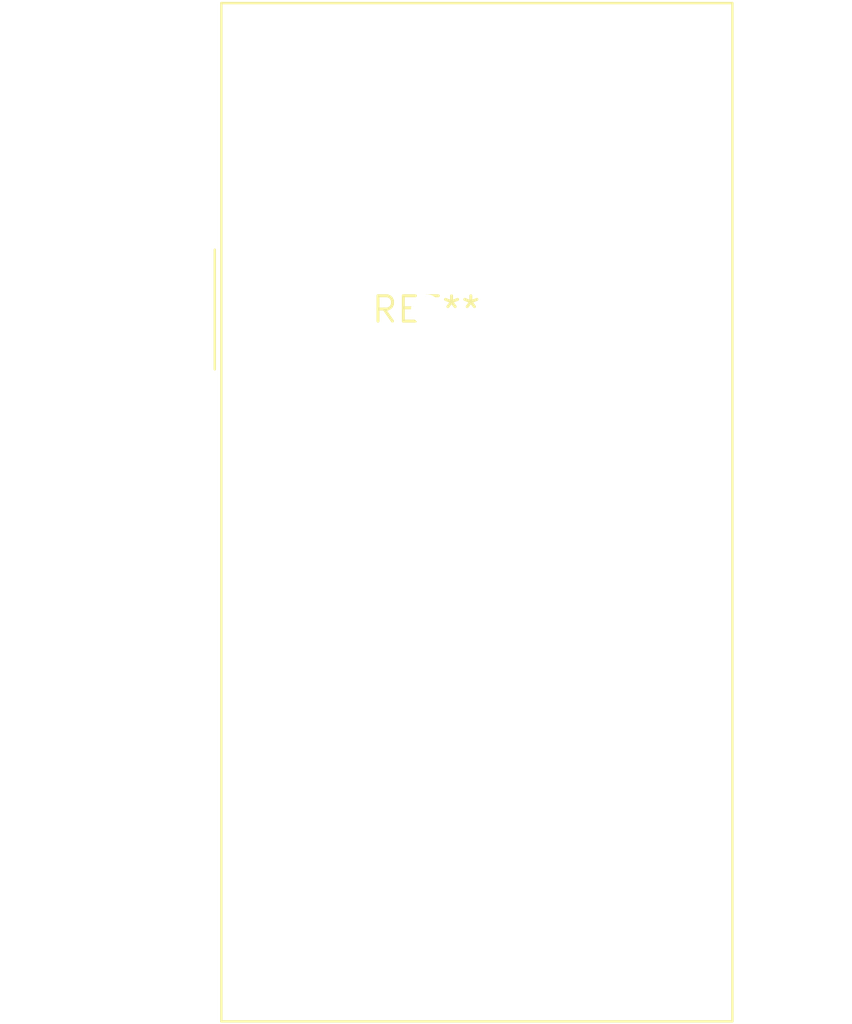
<source format=kicad_pcb>
(kicad_pcb (version 20240108) (generator pcbnew)
  (layers (0 "F.Cu" signal) (31 "B.Cu" signal) (34 "B.Paste" user) (35 "F.Paste" user) (36 "B.SilkS" user "B.Silkscreen") (37 "F.SilkS" user "F.Silkscreen") (38 "B.Mask" user) (39 "F.Mask" user) (44 "Edge.Cuts" user))
  (net 0 "")
  (footprint "Converter_DCDC_Cincon_EC5BExx_Single_THT" (layer "F.Cu") (at 0 0)
    (property "Reference" "REF**")
    (property "Value" "Converter_DCDC_Cincon_EC5BExx_Single_THT")
    (fp_line (start -10.61 -3) (end -10.61 3) (layer "F.SilkS") (stroke (width 0.12)))
    (fp_line (start -10.28 -15.36) (end 15.36 -15.36) (layer "F.SilkS") (stroke (width 0.12)))
    (fp_line (start -10.28 35.68) (end -10.28 -15.36) (layer "F.SilkS") (stroke (width 0.12)))
    (fp_line (start 15.36 -15.36) (end 15.36 35.68) (layer "F.SilkS") (stroke (width 0.12)))
    (fp_line (start 15.36 35.68) (end -10.28 35.68) (layer "F.SilkS") (stroke (width 0.12)))
    (pad "1" thru_hole rect (at 0 0 90) (size 5.9944 2.54) (drill 1.524) (layers *.Cu *.Mask) (remove_unused_layers))
    (pad "2" thru_hole oval (at 5.08 0 90) (size 6 2.54) (drill 1.524) (layers *.Cu *.Mask) (remove_unused_layers))
    (pad "3" thru_hole oval (at -7.62 20.32 90) (size 6 2.54) (drill 1.524) (layers *.Cu *.Mask) (remove_unused_layers))
    (pad "5" thru_hole oval (at 12.7 20.32 90) (size 6 2.54) (drill 1.524) (layers *.Cu *.Mask) (remove_unused_layers))
  )
)
</source>
